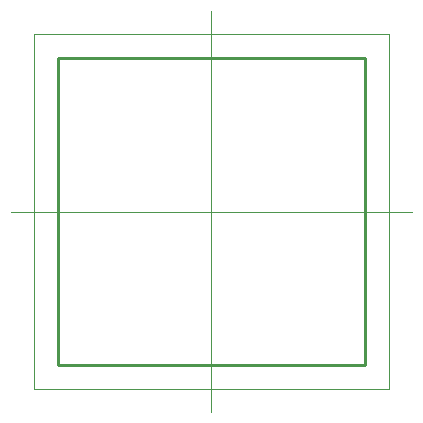
<source format=gm1>
G04*
G04 #@! TF.GenerationSoftware,Altium Limited,Altium Designer,20.0.13 (296)*
G04*
G04 Layer_Color=16711935*
%FSLAX25Y25*%
%MOIN*%
G70*
G01*
G75*
%ADD10C,0.00394*%
%ADD17C,0.01000*%
D10*
X-15748Y51181D02*
X118110D01*
X51181Y-15748D02*
Y118110D01*
X102362Y0D02*
Y102362D01*
X0Y0D02*
X102362D01*
X0D02*
Y102362D01*
X102362D01*
X-7874Y-7874D02*
X110236D01*
Y110236D01*
X-7874Y-7874D02*
Y110236D01*
X110236D01*
D17*
X0Y0D02*
X102362D01*
Y102362D01*
X0Y0D02*
Y102362D01*
X102362D01*
M02*

</source>
